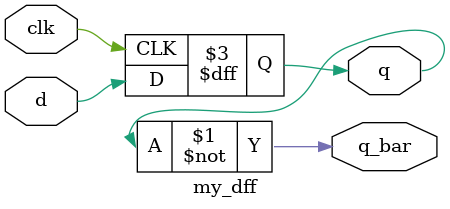
<source format=sv>
module top_module (
    input clk,
    input x,
    output z
);

    logic xor_out, and_out, or_out;
    logic dff0_q, dff1_q, dff2_q;
    logic dff0_q_bar, dff1_q_bar, dff2_q_bar;

    always_comb begin
        xor_out = x ^ dff0_q;
        and_out = x & dff1_q_bar;
        or_out = x | dff2_q_bar;
        z = ~(dff0_q | dff1_q | dff2_q); // nor the Q's together, not xnor dummy.
    end


    my_dff dff0 (.clk(clk), .d(xor_out), .q(dff0_q), .q_bar(dff0_q_bar));
    my_dff dff1 (.clk(clk), .d(and_out), .q(dff1_q), .q_bar(dff1_q_bar));
    my_dff dff2 (.clk(clk), .d(or_out),  .q(dff2_q), .q_bar(dff2_q_bar));

endmodule


module my_dff (
    input logic clk,    // Clocks are used in sequential circuits
    input logic d,
    output logic q,
    output logic q_bar);//

    // Use a clocked always block
    //   copy d to q at every positive edge of clk
    //   Clocked always blocks should use non-blocking assignments

    assign q_bar = ~q;

    always_ff @(posedge clk) begin

        q <= d;

    end

endmodule

</source>
